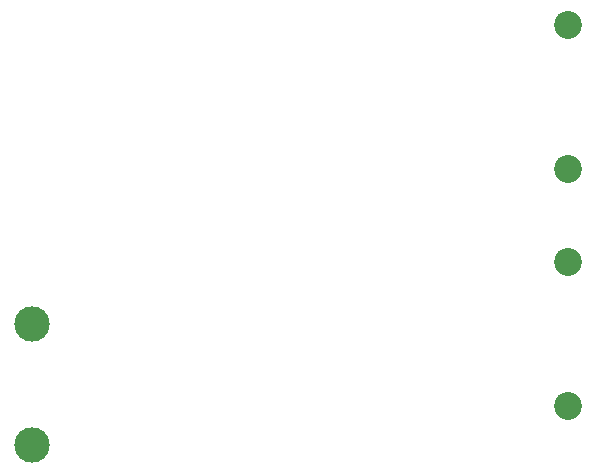
<source format=gbr>
%TF.GenerationSoftware,KiCad,Pcbnew,(6.0.4)*%
%TF.CreationDate,2023-07-21T11:31:22+07:00*%
%TF.ProjectId,05-Prototype-UpdatedComponents,30352d50-726f-4746-9f74-7970652d5570,rev?*%
%TF.SameCoordinates,PX66ff300PY8b3c880*%
%TF.FileFunction,NonPlated,1,2,NPTH,Drill*%
%TF.FilePolarity,Positive*%
%FSLAX46Y46*%
G04 Gerber Fmt 4.6, Leading zero omitted, Abs format (unit mm)*
G04 Created by KiCad (PCBNEW (6.0.4)) date 2023-07-21 11:31:22*
%MOMM*%
%LPD*%
G01*
G04 APERTURE LIST*
%TA.AperFunction,ComponentDrill*%
%ADD10C,2.360000*%
%TD*%
%TA.AperFunction,ComponentDrill*%
%ADD11C,3.000000*%
%TD*%
G04 APERTURE END LIST*
D10*
%TO.C,J4*%
X66972600Y45750200D03*
X66972600Y33550200D03*
%TO.C,J3*%
X66998000Y65841600D03*
X66998000Y53641600D03*
D11*
%TO.C,U7*%
X21615000Y40503000D03*
X21615000Y30263000D03*
M02*

</source>
